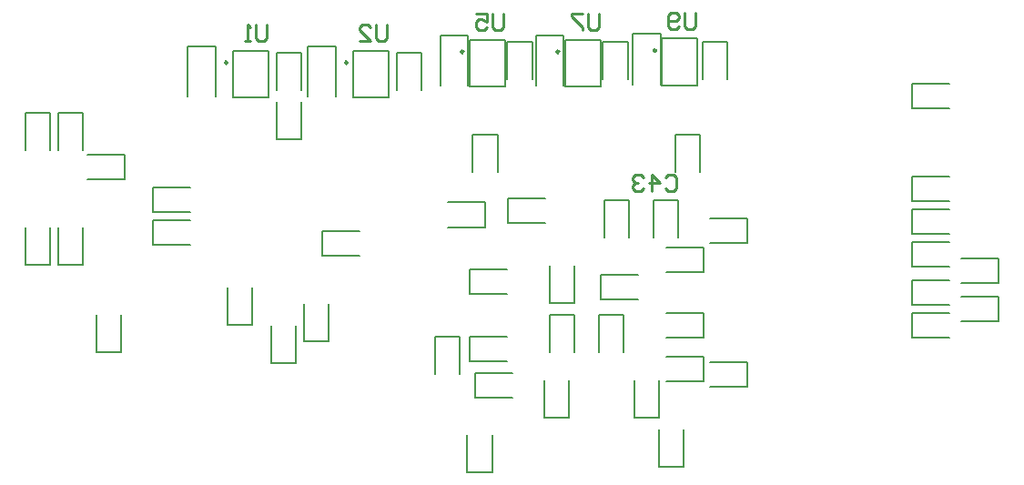
<source format=gbo>
%FSLAX24Y24*%
%MOIN*%
G70*
G01*
G75*
%ADD10R,0.2000X0.2000*%
%ADD11R,0.0591X0.0512*%
%ADD12R,0.0217X0.0571*%
%ADD13R,0.0709X0.0630*%
%ADD14R,0.0512X0.0591*%
%ADD15R,0.0197X0.1181*%
%ADD16O,0.0197X0.1181*%
%ADD17O,0.0984X0.0098*%
%ADD18O,0.0098X0.0984*%
%ADD19R,0.0098X0.0984*%
%ADD20O,0.1000X0.0150*%
%ADD21R,0.1000X0.0150*%
%ADD22R,0.0850X0.0421*%
%ADD23R,0.0850X0.0421*%
%ADD24O,0.0850X0.0421*%
%ADD25R,0.1000X0.1969*%
%ADD26R,0.0709X0.0787*%
%ADD27O,0.0709X0.0787*%
%ADD28R,0.0394X0.0276*%
%ADD29R,0.0394X0.0276*%
%ADD30C,0.0500*%
%ADD31C,0.0350*%
%ADD32C,0.0100*%
%ADD33C,0.0200*%
%ADD34C,0.0120*%
%ADD35C,0.0250*%
%ADD36C,0.1000*%
%ADD37C,0.0750*%
%ADD38C,0.2500*%
%ADD39C,0.0600*%
%ADD40R,0.0600X0.0600*%
%ADD41C,0.0550*%
%ADD42R,0.0550X0.0550*%
%ADD43C,0.1750*%
%ADD44C,0.1250*%
%ADD45C,0.0650*%
%ADD46R,0.0650X0.0650*%
%ADD47C,0.1300*%
%ADD48C,0.0250*%
%ADD49C,0.0450*%
%ADD50C,0.0098*%
%ADD51C,0.0079*%
%ADD52C,0.0010*%
%ADD53C,0.0010*%
%ADD54C,0.0400*%
%ADD55C,0.0080*%
D32*
X37490Y33060D02*
Y32560D01*
X37390Y32460D01*
X37190D01*
X37090Y32560D01*
Y33060D01*
X36890Y32560D02*
X36790Y32460D01*
X36590D01*
X36490Y32560D01*
Y32960D01*
X36590Y33060D01*
X36790D01*
X36890Y32960D01*
Y32860D01*
X36790Y32760D01*
X36490D01*
X33940Y33010D02*
Y32510D01*
X33840Y32410D01*
X33640D01*
X33540Y32510D01*
Y33010D01*
X33340D02*
X32940D01*
Y32910D01*
X33340Y32510D01*
Y32410D01*
X30440Y33010D02*
Y32510D01*
X30340Y32410D01*
X30140D01*
X30040Y32510D01*
Y33010D01*
X29440D02*
X29840D01*
Y32710D01*
X29640Y32810D01*
X29540D01*
X29440Y32710D01*
Y32510D01*
X29540Y32410D01*
X29740D01*
X29840Y32510D01*
X36390Y27030D02*
X36490Y27130D01*
X36690D01*
X36790Y27030D01*
Y26630D01*
X36690Y26530D01*
X36490D01*
X36390Y26630D01*
X35890Y26530D02*
Y27130D01*
X36190Y26830D01*
X35790D01*
X35590Y27030D02*
X35490Y27130D01*
X35290D01*
X35191Y27030D01*
Y26930D01*
X35290Y26830D01*
X35390D01*
X35290D01*
X35191Y26730D01*
Y26630D01*
X35290Y26530D01*
X35490D01*
X35590Y26630D01*
X26190Y32610D02*
Y32110D01*
X26090Y32010D01*
X25890D01*
X25790Y32110D01*
Y32610D01*
X25190Y32010D02*
X25590D01*
X25190Y32410D01*
Y32510D01*
X25290Y32610D01*
X25490D01*
X25590Y32510D01*
X21790Y32610D02*
Y32110D01*
X21690Y32010D01*
X21490D01*
X21390Y32110D01*
Y32610D01*
X21190Y32010D02*
X20990D01*
X21090D01*
Y32610D01*
X21190Y32510D01*
D50*
X24744Y31223D02*
G03*
X24744Y31223I-49J0D01*
G01*
X20344D02*
G03*
X20344Y31223I-49J0D01*
G01*
X36044Y31673D02*
G03*
X36044Y31673I-49J0D01*
G01*
X32494Y31623D02*
G03*
X32494Y31623I-49J0D01*
G01*
X28994D02*
G03*
X28994Y31623I-49J0D01*
G01*
D51*
X26250Y29934D02*
Y31666D01*
X24950Y29934D02*
Y31666D01*
X26250D01*
X24950Y29934D02*
X26250D01*
X18888Y29973D02*
Y31824D01*
X19912Y29973D02*
Y31824D01*
X18888D02*
X19912D01*
X21850Y29934D02*
Y31666D01*
X20550Y29934D02*
Y31666D01*
X21850D01*
X20550Y29934D02*
X21850D01*
X22147Y30209D02*
Y31587D01*
X23053Y30209D02*
Y31587D01*
X22147D02*
X23053D01*
X15209Y27853D02*
X16587D01*
X15209Y26947D02*
X16587D01*
Y27853D01*
X16453Y20613D02*
Y21991D01*
X15547Y20613D02*
Y21991D01*
Y20613D02*
X16453D01*
X12947Y28009D02*
Y29387D01*
X13853Y28009D02*
Y29387D01*
X12947D02*
X13853D01*
X14147Y28009D02*
Y29387D01*
X15053Y28009D02*
Y29387D01*
X14147D02*
X15053D01*
Y23813D02*
Y25191D01*
X14147Y23813D02*
Y25191D01*
Y23813D02*
X15053D01*
X13853D02*
Y25191D01*
X12947Y23813D02*
Y25191D01*
Y23813D02*
X13853D01*
X37550Y30384D02*
Y32116D01*
X36250Y30384D02*
Y32116D01*
X37550D01*
X36250Y30384D02*
X37550D01*
X34000Y30334D02*
Y32066D01*
X32700Y30334D02*
Y32066D01*
X34000D01*
X32700Y30334D02*
X34000D01*
X34013Y22547D02*
X35391D01*
X34013Y23453D02*
X35391D01*
X34013Y22547D02*
Y23453D01*
X33947Y20609D02*
Y21987D01*
X34853Y20609D02*
Y21987D01*
X33947D02*
X34853D01*
X32147Y20609D02*
Y21987D01*
X33053Y20609D02*
Y21987D01*
X32147D02*
X33053D01*
X38009Y20253D02*
X39387D01*
X38009Y19347D02*
X39387D01*
Y20253D01*
X30034Y16213D02*
Y17591D01*
X29128Y16213D02*
Y17591D01*
Y16213D02*
X30034D01*
X34147Y24809D02*
Y26187D01*
X35053Y24809D02*
Y26187D01*
X34147D02*
X35053D01*
X35947Y24809D02*
Y26187D01*
X36853Y24809D02*
Y26187D01*
X35947D02*
X36853D01*
X37053Y16413D02*
Y17791D01*
X36147Y16413D02*
Y17791D01*
Y16413D02*
X37053D01*
X36409Y22053D02*
X37787D01*
X36409Y21147D02*
X37787D01*
Y22053D01*
X36409Y20453D02*
X37787D01*
X36409Y19547D02*
X37787D01*
Y20453D01*
X36136Y18213D02*
Y19591D01*
X35231Y18213D02*
Y19591D01*
Y18213D02*
X36136D01*
X22853Y20213D02*
Y21591D01*
X21947Y20213D02*
Y21591D01*
Y20213D02*
X22853D01*
X32853Y18213D02*
Y19591D01*
X31947Y18213D02*
Y19591D01*
Y18213D02*
X32853D01*
X29413Y18947D02*
X30791D01*
X29413Y19853D02*
X30791D01*
X29413Y18947D02*
Y19853D01*
X29213Y20278D02*
X30591D01*
X29213Y21183D02*
X30591D01*
X29213Y20278D02*
Y21183D01*
Y22747D02*
X30591D01*
X29213Y23653D02*
X30591D01*
X29213Y22747D02*
Y23653D01*
X36409Y24453D02*
X37787D01*
X36409Y23547D02*
X37787D01*
Y24453D01*
X23813Y24147D02*
X25191D01*
X23813Y25053D02*
X25191D01*
X23813Y24147D02*
Y25053D01*
X24053Y21013D02*
Y22391D01*
X23147Y21013D02*
Y22391D01*
Y21013D02*
X24053D01*
X21253Y21613D02*
Y22991D01*
X20347Y21613D02*
Y22991D01*
Y21613D02*
X21253D01*
X23053Y28413D02*
Y29791D01*
X22147Y28413D02*
Y29791D01*
Y28413D02*
X23053D01*
X17613Y25747D02*
X18991D01*
X17613Y26653D02*
X18991D01*
X17613Y25747D02*
Y26653D01*
Y24547D02*
X18991D01*
X17613Y25453D02*
X18991D01*
X17613Y24547D02*
Y25453D01*
X29200Y30334D02*
X30500D01*
X29200Y32066D02*
X30500D01*
X29200Y30334D02*
Y32066D01*
X30500Y30334D02*
Y32066D01*
X45413Y26147D02*
X46791D01*
X45413Y27053D02*
X46791D01*
X45413Y26147D02*
Y27053D01*
Y29547D02*
X46791D01*
X45413Y30453D02*
X46791D01*
X45413Y29547D02*
Y30453D01*
Y22347D02*
X46791D01*
X45413Y23253D02*
X46791D01*
X45413Y22347D02*
Y23253D01*
Y21147D02*
X46791D01*
X45413Y22053D02*
X46791D01*
X45413Y21147D02*
Y22053D01*
Y23747D02*
X46791D01*
X45413Y24653D02*
X46791D01*
X45413Y23747D02*
Y24653D01*
Y24947D02*
X46791D01*
X45413Y25853D02*
X46791D01*
X45413Y24947D02*
Y25853D01*
X47209Y24053D02*
X48587D01*
X47209Y23147D02*
X48587D01*
Y24053D01*
X47209Y22653D02*
X48587D01*
X47209Y21747D02*
X48587D01*
Y22653D01*
X31638Y32224D02*
X32662D01*
Y30373D02*
Y32224D01*
X31638Y30373D02*
Y32224D01*
X30597Y31987D02*
X31503D01*
Y30609D02*
Y31987D01*
X30597Y30609D02*
Y31987D01*
X28138Y30373D02*
Y32224D01*
X29162Y30373D02*
Y32224D01*
X28138D02*
X29162D01*
X34097Y31987D02*
X35003D01*
Y30609D02*
Y31987D01*
X34097Y30609D02*
Y31987D01*
X35188Y32274D02*
X36212D01*
Y30423D02*
Y32274D01*
X35188Y30423D02*
Y32274D01*
X37747Y31987D02*
X38653D01*
Y30609D02*
Y31987D01*
X37747Y30609D02*
Y31987D01*
X26547Y31587D02*
X27453D01*
Y30209D02*
Y31587D01*
X26547Y30209D02*
Y31587D01*
X23288Y29973D02*
Y31824D01*
X24312Y29973D02*
Y31824D01*
X23288D02*
X24312D01*
X29325Y28587D02*
X30231D01*
Y27209D02*
Y28587D01*
X29325Y27209D02*
Y28587D01*
X36747D02*
X37653D01*
Y27209D02*
Y28587D01*
X36747Y27209D02*
Y28587D01*
X29787Y25199D02*
Y26105D01*
X28409Y25199D02*
X29787D01*
X28409Y26105D02*
X29787D01*
X30613Y25347D02*
Y26253D01*
X31991D01*
X30613Y25347D02*
X31991D01*
X27947Y21187D02*
X28853D01*
Y19809D02*
Y21187D01*
X27947Y19809D02*
Y21187D01*
X32147Y22413D02*
X33053D01*
X32147D02*
Y23791D01*
X33053Y22413D02*
Y23791D01*
X39387Y24609D02*
Y25514D01*
X38009Y24609D02*
X39387D01*
X38009Y25514D02*
X39387D01*
M02*

</source>
